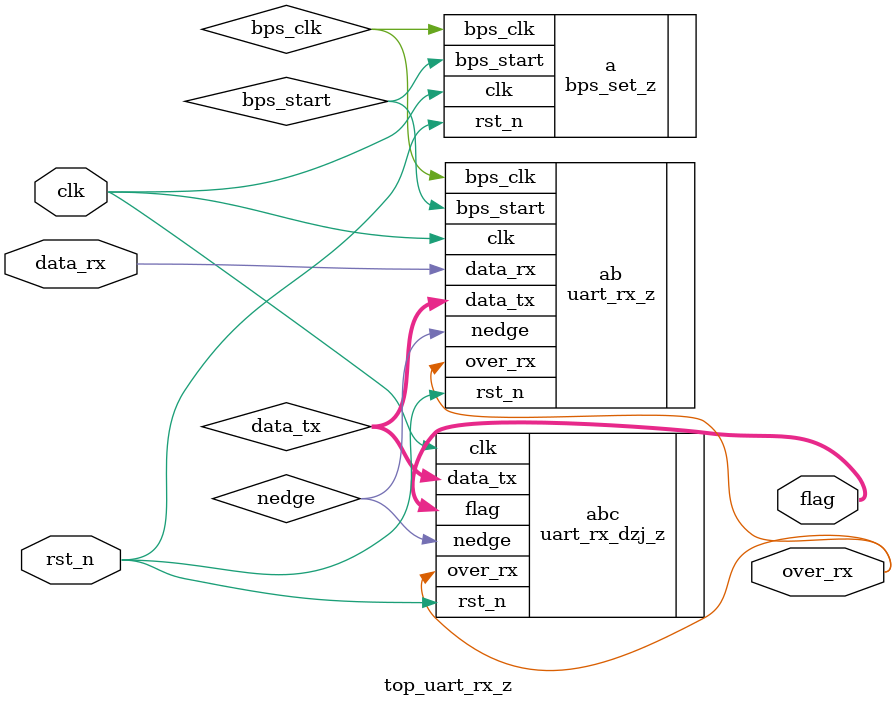
<source format=v>
`timescale 1ns / 1ps
module top_uart_rx_z(
	input clk,
	input rst_n,
	input data_rx,
	//input over_all,
	output [1:0]flag,
	output over_rx 
    );
	wire [7:0]data_tx;
	bps_set_z a (
    .clk(clk), 
    .rst_n(rst_n), 
    .bps_start(bps_start), 
    .bps_clk(bps_clk)
    );
    uart_rx_z ab (
	.nedge(nedge),
    .clk(clk), 
    .rst_n(rst_n), 
    .bps_clk(bps_clk), 
    .data_rx(data_rx), 
    .data_tx(data_tx), 
    .over_rx(over_rx), 
    .bps_start(bps_start)
    );
	uart_rx_dzj_z abc (
    .clk(clk), 
	//.over_all(over_all),
    .rst_n(rst_n), 
    .data_tx(data_tx), 
    .nedge(nedge), 
	.over_rx(over_rx),
    .flag(flag)
    );
endmodule

</source>
